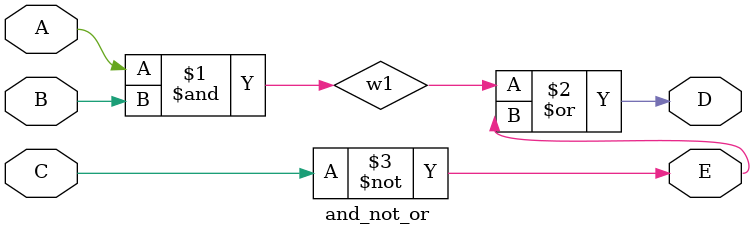
<source format=v>
module and_not_or(A,B,C,D,E);

output	D,E;
input	A,B,C;
wire	w1;


and		G1(w1,A,B);
not 	G2(E,C);
or		G3(D,w1,E);
endmodule 
</source>
